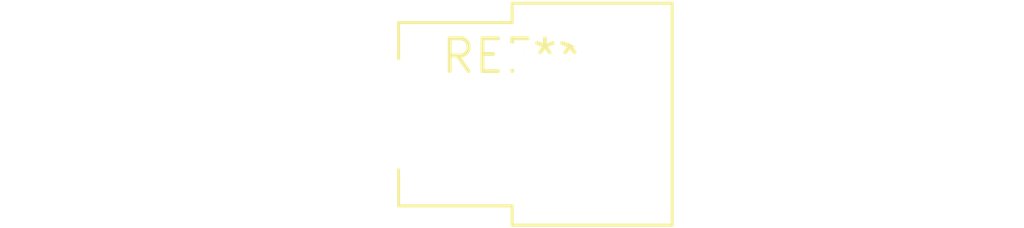
<source format=kicad_pcb>
(kicad_pcb (version 20240108) (generator pcbnew)
  (layers (0 "F.Cu" signal) (31 "B.Cu" signal) (34 "B.Paste" user) (35 "F.Paste" user) (36 "B.SilkS" user "B.Silkscreen") (37 "F.SilkS" user "F.Silkscreen") (38 "B.Mask" user) (39 "F.Mask" user) (44 "Edge.Cuts" user))
  (net 0 "")
  (footprint "SW_Push_1P1T_NO_LED_E-Switch_TL1250" (layer "F.Cu") (at 0 0)
    (property "Reference" "REF**")
    (property "Value" "SW_Push_1P1T_NO_LED_E-Switch_TL1250")
    (fp_line (start -4.4 -1.3) (end -4.4 0.1) (layer "F.SilkS") (stroke (width 0.12)))
    (fp_line (start -4.4 5.8) (end -4.4 4.4) (layer "F.SilkS") (stroke (width 0.12)))
    (fp_line (start 0 -2.05) (end 6.2 -2.05) (layer "F.SilkS") (stroke (width 0.12)))
    (fp_line (start 0 -1.3) (end -4.4 -1.3) (layer "F.SilkS") (stroke (width 0.12)))
    (fp_line (start 0 -1.3) (end 0 -2.05) (layer "F.SilkS") (stroke (width 0.12)))
    (fp_line (start 0 5.8) (end -4.4 5.8) (layer "F.SilkS") (stroke (width 0.12)))
    (fp_line (start 0 6.55) (end 0 5.8) (layer "F.SilkS") (stroke (width 0.12)))
    (fp_line (start 6.2 -2.05) (end 6.2 6.55) (layer "F.SilkS") (stroke (width 0.12)))
    (fp_line (start 6.2 6.55) (end 0 6.55) (layer "F.SilkS") (stroke (width 0.12)))
    (pad "1" thru_hole circle (at 0 0) (size 1.7 1.7) (drill 1) (layers *.Cu *.Mask) (remove_unused_layers))
    (pad "1" thru_hole circle (at 5 0) (size 1.7 1.7) (drill 1) (layers *.Cu *.Mask) (remove_unused_layers))
    (pad "2" thru_hole circle (at 0 4.5) (size 1.7 1.7) (drill 1) (layers *.Cu *.Mask) (remove_unused_layers))
    (pad "2" thru_hole circle (at 5 4.5) (size 1.7 1.7) (drill 1) (layers *.Cu *.Mask) (remove_unused_layers))
    (pad "3" thru_hole circle (at 2.5 -0.9) (size 1.7 1.7) (drill 1) (layers *.Cu *.Mask) (remove_unused_layers))
    (pad "4" thru_hole circle (at 2.5 5.4) (size 1.7 1.7) (drill 1) (layers *.Cu *.Mask) (remove_unused_layers))
  )
)
</source>
